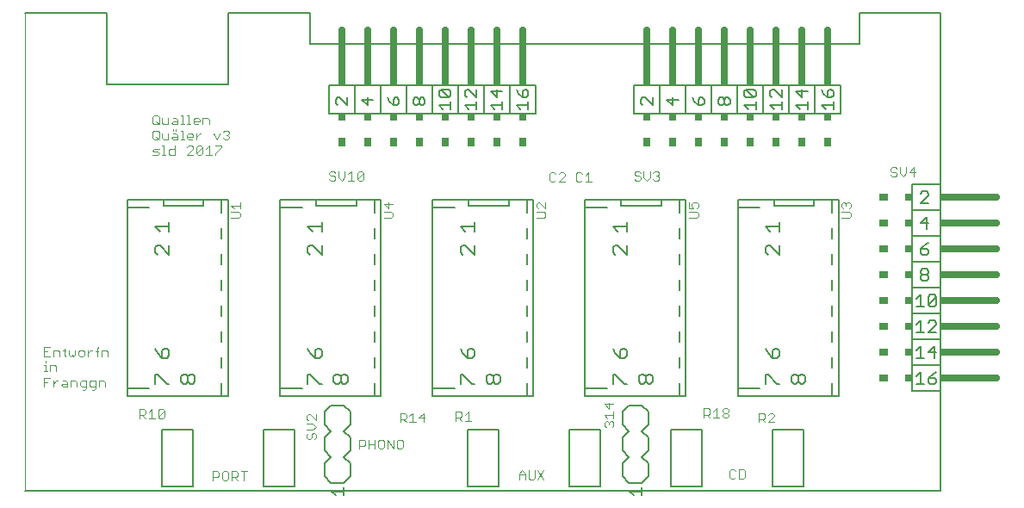
<source format=gto>
G75*
%MOIN*%
%OFA0B0*%
%FSLAX25Y25*%
%IPPOS*%
%LPD*%
%AMOC8*
5,1,8,0,0,1.08239X$1,22.5*
%
%ADD10C,0.00591*%
%ADD11C,0.00394*%
%ADD12C,0.00400*%
%ADD13C,0.00600*%
%ADD14C,0.02600*%
%ADD15C,0.00500*%
%ADD16R,0.02600X0.03000*%
%ADD17R,0.02600X0.02600*%
%ADD18R,0.02600X0.03200*%
%ADD19R,0.03000X0.02600*%
%ADD20R,0.03200X0.02600*%
D10*
X0001394Y0004890D02*
X0355724Y0004890D01*
X0355724Y0189929D01*
X0324228Y0189929D01*
X0324228Y0178118D01*
X0111630Y0178118D01*
X0111630Y0189929D01*
X0080134Y0189929D01*
X0080134Y0162370D01*
X0032890Y0162370D01*
X0032890Y0189929D01*
X0001394Y0189929D01*
D11*
X0001394Y0004890D01*
D12*
X0045620Y0033102D02*
X0045620Y0036642D01*
X0047390Y0036642D01*
X0047980Y0036052D01*
X0047980Y0034872D01*
X0047390Y0034282D01*
X0045620Y0034282D01*
X0046800Y0034282D02*
X0047980Y0033102D01*
X0049245Y0033102D02*
X0051605Y0033102D01*
X0050425Y0033102D02*
X0050425Y0036642D01*
X0049245Y0035462D01*
X0052870Y0036052D02*
X0052870Y0033692D01*
X0055230Y0036052D01*
X0055230Y0033692D01*
X0054640Y0033102D01*
X0053460Y0033102D01*
X0052870Y0033692D01*
X0052870Y0036052D02*
X0053460Y0036642D01*
X0054640Y0036642D01*
X0055230Y0036052D01*
X0032191Y0045247D02*
X0032191Y0047017D01*
X0031601Y0047607D01*
X0029831Y0047607D01*
X0029831Y0045247D01*
X0028566Y0045247D02*
X0026796Y0045247D01*
X0026206Y0045837D01*
X0026206Y0047017D01*
X0026796Y0047607D01*
X0028566Y0047607D01*
X0028566Y0044657D01*
X0027976Y0044067D01*
X0027386Y0044067D01*
X0024941Y0044657D02*
X0024941Y0047607D01*
X0023171Y0047607D01*
X0022581Y0047017D01*
X0022581Y0045837D01*
X0023171Y0045247D01*
X0024941Y0045247D01*
X0024941Y0044657D02*
X0024351Y0044067D01*
X0023761Y0044067D01*
X0021316Y0045247D02*
X0021316Y0047017D01*
X0020726Y0047607D01*
X0018956Y0047607D01*
X0018956Y0045247D01*
X0017690Y0045247D02*
X0015920Y0045247D01*
X0015330Y0045837D01*
X0015920Y0046427D01*
X0017690Y0046427D01*
X0017690Y0047017D02*
X0017690Y0045247D01*
X0017690Y0047017D02*
X0017100Y0047607D01*
X0015920Y0047607D01*
X0014080Y0047607D02*
X0013490Y0047607D01*
X0012309Y0046427D01*
X0012309Y0045247D02*
X0012309Y0047607D01*
X0011044Y0048787D02*
X0008684Y0048787D01*
X0008684Y0045247D01*
X0008684Y0047017D02*
X0009864Y0047017D01*
X0009864Y0051153D02*
X0008684Y0051153D01*
X0009274Y0051153D02*
X0009274Y0053513D01*
X0008684Y0053513D01*
X0009274Y0054693D02*
X0009274Y0055283D01*
X0008684Y0057058D02*
X0011044Y0057058D01*
X0012309Y0057058D02*
X0012309Y0059418D01*
X0014080Y0059418D01*
X0014670Y0058828D01*
X0014670Y0057058D01*
X0016525Y0057648D02*
X0017115Y0057058D01*
X0016525Y0057648D02*
X0016525Y0060008D01*
X0015935Y0059418D02*
X0017115Y0059418D01*
X0018351Y0059418D02*
X0018351Y0057648D01*
X0018941Y0057058D01*
X0019531Y0057648D01*
X0020121Y0057058D01*
X0020711Y0057648D01*
X0020711Y0059418D01*
X0021977Y0058828D02*
X0022567Y0059418D01*
X0023747Y0059418D01*
X0024337Y0058828D01*
X0024337Y0057648D01*
X0023747Y0057058D01*
X0022567Y0057058D01*
X0021977Y0057648D01*
X0021977Y0058828D01*
X0025602Y0058238D02*
X0026782Y0059418D01*
X0027372Y0059418D01*
X0028623Y0058828D02*
X0029803Y0058828D01*
X0029213Y0060008D02*
X0029213Y0057058D01*
X0031039Y0057058D02*
X0031039Y0059418D01*
X0032809Y0059418D01*
X0033399Y0058828D01*
X0033399Y0057058D01*
X0029803Y0060598D02*
X0029213Y0060008D01*
X0025602Y0059418D02*
X0025602Y0057058D01*
X0013461Y0052923D02*
X0013461Y0051153D01*
X0013461Y0052923D02*
X0012871Y0053513D01*
X0011101Y0053513D01*
X0011101Y0051153D01*
X0008684Y0057058D02*
X0008684Y0060598D01*
X0011044Y0060598D01*
X0009864Y0058828D02*
X0008684Y0058828D01*
X0074035Y0012567D02*
X0075805Y0012567D01*
X0076395Y0011977D01*
X0076395Y0010797D01*
X0075805Y0010207D01*
X0074035Y0010207D01*
X0074035Y0009027D02*
X0074035Y0012567D01*
X0077660Y0011977D02*
X0077660Y0009617D01*
X0078250Y0009027D01*
X0079430Y0009027D01*
X0080020Y0009617D01*
X0080020Y0011977D01*
X0079430Y0012567D01*
X0078250Y0012567D01*
X0077660Y0011977D01*
X0081285Y0012567D02*
X0083055Y0012567D01*
X0083645Y0011977D01*
X0083645Y0010797D01*
X0083055Y0010207D01*
X0081285Y0010207D01*
X0082465Y0010207D02*
X0083645Y0009027D01*
X0081285Y0009027D02*
X0081285Y0012567D01*
X0084910Y0012567D02*
X0087270Y0012567D01*
X0086090Y0012567D02*
X0086090Y0009027D01*
X0110453Y0025552D02*
X0111043Y0024962D01*
X0111633Y0024962D01*
X0112223Y0025552D01*
X0112223Y0026732D01*
X0112813Y0027322D01*
X0113403Y0027322D01*
X0113993Y0026732D01*
X0113993Y0025552D01*
X0113403Y0024962D01*
X0110453Y0025552D02*
X0110453Y0026732D01*
X0111043Y0027322D01*
X0110453Y0028587D02*
X0112813Y0028587D01*
X0113993Y0029768D01*
X0112813Y0030948D01*
X0110453Y0030948D01*
X0111043Y0032213D02*
X0110453Y0032803D01*
X0110453Y0033983D01*
X0111043Y0034573D01*
X0111633Y0034573D01*
X0113993Y0032213D01*
X0113993Y0034573D01*
X0130728Y0024772D02*
X0132498Y0024772D01*
X0133088Y0024182D01*
X0133088Y0023002D01*
X0132498Y0022412D01*
X0130728Y0022412D01*
X0130728Y0021231D02*
X0130728Y0024772D01*
X0134353Y0024772D02*
X0134353Y0021231D01*
X0134353Y0023002D02*
X0136713Y0023002D01*
X0137978Y0024182D02*
X0137978Y0021821D01*
X0138568Y0021231D01*
X0139748Y0021231D01*
X0140338Y0021821D01*
X0140338Y0024182D01*
X0139748Y0024772D01*
X0138568Y0024772D01*
X0137978Y0024182D01*
X0136713Y0024772D02*
X0136713Y0021231D01*
X0141603Y0021231D02*
X0141603Y0024772D01*
X0143963Y0021231D01*
X0143963Y0024772D01*
X0145228Y0024182D02*
X0145228Y0021821D01*
X0145818Y0021231D01*
X0146998Y0021231D01*
X0147588Y0021821D01*
X0147588Y0024182D01*
X0146998Y0024772D01*
X0145818Y0024772D01*
X0145228Y0024182D01*
X0146525Y0031527D02*
X0146525Y0035067D01*
X0148295Y0035067D01*
X0148885Y0034477D01*
X0148885Y0033297D01*
X0148295Y0032707D01*
X0146525Y0032707D01*
X0147705Y0032707D02*
X0148885Y0031527D01*
X0150150Y0031527D02*
X0152511Y0031527D01*
X0151330Y0031527D02*
X0151330Y0035067D01*
X0150150Y0033887D01*
X0153776Y0033297D02*
X0155546Y0035067D01*
X0155546Y0031527D01*
X0156136Y0033297D02*
X0153776Y0033297D01*
X0168103Y0033297D02*
X0169873Y0033297D01*
X0170463Y0033887D01*
X0170463Y0035067D01*
X0169873Y0035657D01*
X0168103Y0035657D01*
X0168103Y0032117D01*
X0169283Y0033297D02*
X0170463Y0032117D01*
X0171728Y0032117D02*
X0174088Y0032117D01*
X0172908Y0032117D02*
X0172908Y0035657D01*
X0171728Y0034477D01*
X0193719Y0012960D02*
X0192539Y0011780D01*
X0192539Y0009420D01*
X0192539Y0011190D02*
X0194899Y0011190D01*
X0194899Y0011780D02*
X0194899Y0009420D01*
X0196164Y0010010D02*
X0196754Y0009420D01*
X0197934Y0009420D01*
X0198524Y0010010D01*
X0198524Y0012960D01*
X0199789Y0012960D02*
X0202149Y0009420D01*
X0199789Y0009420D02*
X0202149Y0012960D01*
X0196164Y0012960D02*
X0196164Y0010010D01*
X0194899Y0011780D02*
X0193719Y0012960D01*
X0225606Y0030089D02*
X0225606Y0031269D01*
X0226196Y0031859D01*
X0226786Y0031859D01*
X0227376Y0031269D01*
X0227966Y0031859D01*
X0228556Y0031859D01*
X0229146Y0031269D01*
X0229146Y0030089D01*
X0228556Y0029499D01*
X0227376Y0030679D02*
X0227376Y0031269D01*
X0226786Y0033124D02*
X0225606Y0034304D01*
X0229146Y0034304D01*
X0229146Y0033124D02*
X0229146Y0035484D01*
X0227376Y0036749D02*
X0227376Y0039109D01*
X0225606Y0038519D02*
X0227376Y0036749D01*
X0229146Y0038519D02*
X0225606Y0038519D01*
X0225606Y0030089D02*
X0226196Y0029499D01*
X0264084Y0033298D02*
X0264084Y0036838D01*
X0265854Y0036838D01*
X0266444Y0036248D01*
X0266444Y0035068D01*
X0265854Y0034478D01*
X0264084Y0034478D01*
X0265264Y0034478D02*
X0266444Y0033298D01*
X0267710Y0033298D02*
X0270070Y0033298D01*
X0268890Y0033298D02*
X0268890Y0036838D01*
X0267710Y0035658D01*
X0271335Y0035658D02*
X0271335Y0036248D01*
X0271925Y0036838D01*
X0273105Y0036838D01*
X0273695Y0036248D01*
X0273695Y0035658D01*
X0273105Y0035068D01*
X0271925Y0035068D01*
X0271335Y0035658D01*
X0271925Y0035068D02*
X0271335Y0034478D01*
X0271335Y0033888D01*
X0271925Y0033298D01*
X0273105Y0033298D01*
X0273695Y0033888D01*
X0273695Y0034478D01*
X0273105Y0035068D01*
X0285410Y0035067D02*
X0285410Y0031527D01*
X0285410Y0032707D02*
X0287180Y0032707D01*
X0287770Y0033297D01*
X0287770Y0034477D01*
X0287180Y0035067D01*
X0285410Y0035067D01*
X0286590Y0032707D02*
X0287770Y0031527D01*
X0289035Y0031527D02*
X0291395Y0033887D01*
X0291395Y0034477D01*
X0290805Y0035067D01*
X0289625Y0035067D01*
X0289035Y0034477D01*
X0289035Y0031527D02*
X0291395Y0031527D01*
X0279430Y0013354D02*
X0277660Y0013354D01*
X0277660Y0009814D01*
X0279430Y0009814D01*
X0280020Y0010404D01*
X0280020Y0012764D01*
X0279430Y0013354D01*
X0276395Y0012764D02*
X0275805Y0013354D01*
X0274625Y0013354D01*
X0274035Y0012764D01*
X0274035Y0010404D01*
X0274625Y0009814D01*
X0275805Y0009814D01*
X0276395Y0010404D01*
X0261261Y0110643D02*
X0261851Y0111233D01*
X0261851Y0112413D01*
X0261261Y0113003D01*
X0258311Y0113003D01*
X0258311Y0114268D02*
X0260081Y0114268D01*
X0259491Y0115448D01*
X0259491Y0116038D01*
X0260081Y0116628D01*
X0261261Y0116628D01*
X0261851Y0116038D01*
X0261851Y0114858D01*
X0261261Y0114268D01*
X0258311Y0114268D02*
X0258311Y0116628D01*
X0258311Y0110643D02*
X0261261Y0110643D01*
X0246205Y0125129D02*
X0245025Y0125129D01*
X0244435Y0125719D01*
X0243169Y0126309D02*
X0243169Y0128669D01*
X0244435Y0128079D02*
X0245025Y0128669D01*
X0246205Y0128669D01*
X0246795Y0128079D01*
X0246795Y0127489D01*
X0246205Y0126899D01*
X0246795Y0126309D01*
X0246795Y0125719D01*
X0246205Y0125129D01*
X0246205Y0126899D02*
X0245615Y0126899D01*
X0243169Y0126309D02*
X0241989Y0125129D01*
X0240809Y0126309D01*
X0240809Y0128669D01*
X0239544Y0128079D02*
X0238954Y0128669D01*
X0237774Y0128669D01*
X0237184Y0128079D01*
X0237184Y0127489D01*
X0237774Y0126899D01*
X0238954Y0126899D01*
X0239544Y0126309D01*
X0239544Y0125719D01*
X0238954Y0125129D01*
X0237774Y0125129D01*
X0237184Y0125719D01*
X0220545Y0124637D02*
X0218185Y0124637D01*
X0219365Y0124637D02*
X0219365Y0128177D01*
X0218185Y0126997D01*
X0216920Y0127587D02*
X0216330Y0128177D01*
X0215150Y0128177D01*
X0214560Y0127587D01*
X0214560Y0125227D01*
X0215150Y0124637D01*
X0216330Y0124637D01*
X0216920Y0125227D01*
X0210309Y0124637D02*
X0207949Y0124637D01*
X0210309Y0126997D01*
X0210309Y0127587D01*
X0209719Y0128177D01*
X0208539Y0128177D01*
X0207949Y0127587D01*
X0206684Y0127587D02*
X0206094Y0128177D01*
X0204914Y0128177D01*
X0204324Y0127587D01*
X0204324Y0125227D01*
X0204914Y0124637D01*
X0206094Y0124637D01*
X0206684Y0125227D01*
X0202796Y0116628D02*
X0202796Y0114268D01*
X0200436Y0116628D01*
X0199846Y0116628D01*
X0199256Y0116038D01*
X0199256Y0114858D01*
X0199846Y0114268D01*
X0199256Y0113003D02*
X0202206Y0113003D01*
X0202796Y0112413D01*
X0202796Y0111233D01*
X0202206Y0110643D01*
X0199256Y0110643D01*
X0143741Y0111233D02*
X0143151Y0110643D01*
X0140201Y0110643D01*
X0143741Y0111233D02*
X0143741Y0112413D01*
X0143151Y0113003D01*
X0140201Y0113003D01*
X0141971Y0114268D02*
X0140201Y0116038D01*
X0143741Y0116038D01*
X0141971Y0116628D02*
X0141971Y0114268D01*
X0131719Y0125129D02*
X0130539Y0125129D01*
X0129949Y0125719D01*
X0132309Y0128079D01*
X0132309Y0125719D01*
X0131719Y0125129D01*
X0129949Y0125719D02*
X0129949Y0128079D01*
X0130539Y0128669D01*
X0131719Y0128669D01*
X0132309Y0128079D01*
X0128684Y0125129D02*
X0126324Y0125129D01*
X0127504Y0125129D02*
X0127504Y0128669D01*
X0126324Y0127489D01*
X0125059Y0126309D02*
X0123879Y0125129D01*
X0122699Y0126309D01*
X0122699Y0128669D01*
X0121434Y0128079D02*
X0120844Y0128669D01*
X0119664Y0128669D01*
X0119074Y0128079D01*
X0119074Y0127489D01*
X0119664Y0126899D01*
X0120844Y0126899D01*
X0121434Y0126309D01*
X0121434Y0125719D01*
X0120844Y0125129D01*
X0119664Y0125129D01*
X0119074Y0125719D01*
X0125059Y0126309D02*
X0125059Y0128669D01*
X0084686Y0116628D02*
X0084686Y0114268D01*
X0084686Y0115448D02*
X0081146Y0115448D01*
X0082326Y0114268D01*
X0081146Y0113003D02*
X0084096Y0113003D01*
X0084686Y0112413D01*
X0084686Y0111233D01*
X0084096Y0110643D01*
X0081146Y0110643D01*
X0074974Y0135011D02*
X0074974Y0135601D01*
X0077334Y0137961D01*
X0077334Y0138551D01*
X0074974Y0138551D01*
X0075550Y0140917D02*
X0076730Y0143277D01*
X0077995Y0143867D02*
X0078585Y0144457D01*
X0079765Y0144457D01*
X0080355Y0143867D01*
X0080355Y0143277D01*
X0079765Y0142687D01*
X0080355Y0142097D01*
X0080355Y0141507D01*
X0079765Y0140917D01*
X0078585Y0140917D01*
X0077995Y0141507D01*
X0079175Y0142687D02*
X0079765Y0142687D01*
X0075550Y0140917D02*
X0074370Y0143277D01*
X0069494Y0143277D02*
X0068904Y0143277D01*
X0067724Y0142097D01*
X0067724Y0140917D02*
X0067724Y0143277D01*
X0066458Y0142687D02*
X0066458Y0142097D01*
X0064098Y0142097D01*
X0064098Y0142687D02*
X0064688Y0143277D01*
X0065868Y0143277D01*
X0066458Y0142687D01*
X0065868Y0140917D02*
X0064688Y0140917D01*
X0064098Y0141507D01*
X0064098Y0142687D01*
X0062862Y0140917D02*
X0061682Y0140917D01*
X0062272Y0140917D02*
X0062272Y0144457D01*
X0061682Y0144457D01*
X0059827Y0144457D02*
X0059827Y0145047D01*
X0058647Y0145047D02*
X0058647Y0144457D01*
X0058647Y0143277D02*
X0059827Y0143277D01*
X0060417Y0142687D01*
X0060417Y0140917D01*
X0058647Y0140917D01*
X0058057Y0141507D01*
X0058647Y0142097D01*
X0060417Y0142097D01*
X0056791Y0140917D02*
X0056791Y0143277D01*
X0054431Y0143277D02*
X0054431Y0141507D01*
X0055021Y0140917D01*
X0056791Y0140917D01*
X0055021Y0138551D02*
X0055021Y0135011D01*
X0054431Y0135011D02*
X0055611Y0135011D01*
X0056848Y0135601D02*
X0056848Y0136781D01*
X0057438Y0137371D01*
X0059208Y0137371D01*
X0059208Y0138551D02*
X0059208Y0135011D01*
X0057438Y0135011D01*
X0056848Y0135601D01*
X0053166Y0135601D02*
X0052576Y0136191D01*
X0051396Y0136191D01*
X0050806Y0136781D01*
X0051396Y0137371D01*
X0053166Y0137371D01*
X0054431Y0138551D02*
X0055021Y0138551D01*
X0053166Y0140917D02*
X0051986Y0142097D01*
X0051396Y0140917D02*
X0050806Y0141507D01*
X0050806Y0143867D01*
X0051396Y0144457D01*
X0052576Y0144457D01*
X0053166Y0143867D01*
X0053166Y0141507D01*
X0052576Y0140917D01*
X0051396Y0140917D01*
X0053166Y0135601D02*
X0052576Y0135011D01*
X0050806Y0135011D01*
X0064098Y0135011D02*
X0066458Y0137371D01*
X0066458Y0137961D01*
X0065868Y0138551D01*
X0064688Y0138551D01*
X0064098Y0137961D01*
X0067724Y0137961D02*
X0068314Y0138551D01*
X0069494Y0138551D01*
X0070084Y0137961D01*
X0067724Y0135601D01*
X0068314Y0135011D01*
X0069494Y0135011D01*
X0070084Y0135601D01*
X0070084Y0137961D01*
X0071349Y0137371D02*
X0072529Y0138551D01*
X0072529Y0135011D01*
X0071349Y0135011D02*
X0073709Y0135011D01*
X0067724Y0135601D02*
X0067724Y0137961D01*
X0066458Y0135011D02*
X0064098Y0135011D01*
X0064098Y0146822D02*
X0065278Y0146822D01*
X0064688Y0146822D02*
X0064688Y0150362D01*
X0064098Y0150362D01*
X0062272Y0150362D02*
X0062272Y0146822D01*
X0061682Y0146822D02*
X0062862Y0146822D01*
X0060417Y0146822D02*
X0060417Y0148592D01*
X0059827Y0149182D01*
X0058647Y0149182D01*
X0058647Y0148002D02*
X0060417Y0148002D01*
X0060417Y0146822D02*
X0058647Y0146822D01*
X0058057Y0147412D01*
X0058647Y0148002D01*
X0056791Y0146822D02*
X0056791Y0149182D01*
X0054431Y0149182D02*
X0054431Y0147412D01*
X0055021Y0146822D01*
X0056791Y0146822D01*
X0053166Y0146822D02*
X0051986Y0148002D01*
X0051396Y0146822D02*
X0050806Y0147412D01*
X0050806Y0149772D01*
X0051396Y0150362D01*
X0052576Y0150362D01*
X0053166Y0149772D01*
X0053166Y0147412D01*
X0052576Y0146822D01*
X0051396Y0146822D01*
X0061682Y0150362D02*
X0062272Y0150362D01*
X0066515Y0148592D02*
X0067105Y0149182D01*
X0068285Y0149182D01*
X0068875Y0148592D01*
X0068875Y0148002D01*
X0066515Y0148002D01*
X0066515Y0147412D02*
X0066515Y0148592D01*
X0066515Y0147412D02*
X0067105Y0146822D01*
X0068285Y0146822D01*
X0070140Y0146822D02*
X0070140Y0149182D01*
X0071910Y0149182D01*
X0072500Y0148592D01*
X0072500Y0146822D01*
X0317366Y0116038D02*
X0317956Y0116628D01*
X0318546Y0116628D01*
X0319136Y0116038D01*
X0319726Y0116628D01*
X0320316Y0116628D01*
X0320906Y0116038D01*
X0320906Y0114858D01*
X0320316Y0114268D01*
X0320316Y0113003D02*
X0317366Y0113003D01*
X0317956Y0114268D02*
X0317366Y0114858D01*
X0317366Y0116038D01*
X0319136Y0116038D02*
X0319136Y0115448D01*
X0320316Y0113003D02*
X0320906Y0112413D01*
X0320906Y0111233D01*
X0320316Y0110643D01*
X0317366Y0110643D01*
X0336397Y0127294D02*
X0336987Y0126704D01*
X0338167Y0126704D01*
X0338757Y0127294D01*
X0338757Y0127884D01*
X0338167Y0128474D01*
X0336987Y0128474D01*
X0336397Y0129064D01*
X0336397Y0129654D01*
X0336987Y0130244D01*
X0338167Y0130244D01*
X0338757Y0129654D01*
X0340022Y0130244D02*
X0340022Y0127884D01*
X0341202Y0126704D01*
X0342382Y0127884D01*
X0342382Y0130244D01*
X0343647Y0128474D02*
X0346007Y0128474D01*
X0345417Y0126704D02*
X0345417Y0130244D01*
X0343647Y0128474D01*
D13*
X0344677Y0123630D02*
X0355677Y0123630D01*
X0355677Y0113630D01*
X0355677Y0103630D01*
X0344677Y0103630D01*
X0344677Y0113630D01*
X0344677Y0123630D01*
X0344677Y0113630D02*
X0355677Y0113630D01*
X0355677Y0103630D02*
X0355677Y0093630D01*
X0355677Y0083630D01*
X0355677Y0073630D01*
X0344677Y0073630D01*
X0344677Y0083630D01*
X0344677Y0093630D01*
X0344677Y0103630D01*
X0344677Y0093630D02*
X0355677Y0093630D01*
X0355677Y0083630D02*
X0344677Y0083630D01*
X0344677Y0073630D02*
X0344677Y0063630D01*
X0344677Y0053630D01*
X0355677Y0053630D01*
X0355677Y0063630D01*
X0355677Y0073630D01*
X0355677Y0063630D02*
X0344677Y0063630D01*
X0344677Y0053630D02*
X0344677Y0043630D01*
X0355677Y0043630D01*
X0355677Y0053630D01*
X0316169Y0041693D02*
X0313669Y0041693D01*
X0313669Y0046693D01*
X0313669Y0041693D02*
X0277169Y0041693D01*
X0277169Y0044693D01*
X0277169Y0114693D01*
X0285669Y0114693D01*
X0291169Y0115193D02*
X0291169Y0117693D01*
X0277169Y0117693D01*
X0277169Y0114693D01*
X0287965Y0107270D02*
X0293369Y0107270D01*
X0293369Y0109071D02*
X0293369Y0105468D01*
X0289766Y0105468D02*
X0287965Y0107270D01*
X0288865Y0100071D02*
X0287965Y0099170D01*
X0287965Y0097369D01*
X0288865Y0096468D01*
X0289766Y0100071D02*
X0293369Y0096468D01*
X0293369Y0100071D01*
X0289766Y0100071D02*
X0288865Y0100071D01*
X0313669Y0102693D02*
X0313669Y0106693D01*
X0313669Y0112693D02*
X0313669Y0117693D01*
X0306669Y0117693D01*
X0306669Y0115193D01*
X0291169Y0115193D01*
X0291169Y0117693D02*
X0306669Y0117693D01*
X0313669Y0117693D02*
X0316169Y0117693D01*
X0316169Y0041693D01*
X0303369Y0047369D02*
X0303369Y0049170D01*
X0302469Y0050071D01*
X0301568Y0050071D01*
X0300667Y0049170D01*
X0300667Y0047369D01*
X0299766Y0046468D01*
X0298865Y0046468D01*
X0297965Y0047369D01*
X0297965Y0049170D01*
X0298865Y0050071D01*
X0299766Y0050071D01*
X0300667Y0049170D01*
X0300667Y0047369D02*
X0301568Y0046468D01*
X0302469Y0046468D01*
X0303369Y0047369D01*
X0293369Y0046468D02*
X0292469Y0046468D01*
X0288865Y0050071D01*
X0287965Y0050071D01*
X0287965Y0046468D01*
X0285669Y0044693D02*
X0277169Y0044693D01*
X0290667Y0056468D02*
X0290667Y0059170D01*
X0291568Y0060071D01*
X0292469Y0060071D01*
X0293369Y0059170D01*
X0293369Y0057369D01*
X0292469Y0056468D01*
X0290667Y0056468D01*
X0288865Y0058270D01*
X0287965Y0060071D01*
X0313669Y0062693D02*
X0313669Y0066693D01*
X0313669Y0072693D02*
X0313669Y0076693D01*
X0313669Y0082693D02*
X0313669Y0086693D01*
X0313669Y0092693D02*
X0313669Y0096693D01*
X0254614Y0096693D02*
X0254614Y0092693D01*
X0254614Y0086693D02*
X0254614Y0082693D01*
X0254614Y0076693D02*
X0254614Y0072693D01*
X0254614Y0066693D02*
X0254614Y0062693D01*
X0254614Y0056693D02*
X0254614Y0052693D01*
X0254614Y0046693D02*
X0254614Y0041693D01*
X0257114Y0041693D01*
X0257114Y0117693D01*
X0254614Y0117693D01*
X0254614Y0112693D01*
X0247614Y0115193D02*
X0232114Y0115193D01*
X0232114Y0117693D01*
X0218114Y0117693D01*
X0218114Y0114693D01*
X0218114Y0044693D01*
X0218114Y0041693D01*
X0254614Y0041693D01*
X0244314Y0047369D02*
X0243413Y0046468D01*
X0242513Y0046468D01*
X0241612Y0047369D01*
X0241612Y0049170D01*
X0242513Y0050071D01*
X0243413Y0050071D01*
X0244314Y0049170D01*
X0244314Y0047369D01*
X0241612Y0047369D02*
X0240711Y0046468D01*
X0239810Y0046468D01*
X0238910Y0047369D01*
X0238910Y0049170D01*
X0239810Y0050071D01*
X0240711Y0050071D01*
X0241612Y0049170D01*
X0234314Y0046468D02*
X0233413Y0046468D01*
X0229810Y0050071D01*
X0228910Y0050071D01*
X0228910Y0046468D01*
X0226614Y0044693D02*
X0218114Y0044693D01*
X0232614Y0035500D02*
X0235114Y0038000D01*
X0240114Y0038000D01*
X0242614Y0035500D01*
X0242614Y0030500D01*
X0240114Y0028000D01*
X0242614Y0025500D01*
X0242614Y0020500D01*
X0240114Y0018000D01*
X0242614Y0015500D01*
X0242614Y0010500D01*
X0240114Y0008000D01*
X0235114Y0008000D01*
X0232614Y0010500D01*
X0232614Y0015500D01*
X0235114Y0018000D01*
X0232614Y0020500D01*
X0232614Y0025500D01*
X0235114Y0028000D01*
X0232614Y0030500D01*
X0232614Y0035500D01*
X0223929Y0028488D02*
X0223929Y0006488D01*
X0211929Y0006488D01*
X0211929Y0028488D01*
X0223929Y0028488D01*
X0251299Y0028488D02*
X0251299Y0006488D01*
X0263299Y0006488D01*
X0263299Y0028488D01*
X0251299Y0028488D01*
X0290669Y0028488D02*
X0290669Y0006488D01*
X0302669Y0006488D01*
X0302669Y0028488D01*
X0290669Y0028488D01*
X0313669Y0052693D02*
X0313669Y0056693D01*
X0234314Y0057369D02*
X0234314Y0059170D01*
X0233413Y0060071D01*
X0232513Y0060071D01*
X0231612Y0059170D01*
X0231612Y0056468D01*
X0233413Y0056468D01*
X0234314Y0057369D01*
X0231612Y0056468D02*
X0229810Y0058270D01*
X0228910Y0060071D01*
X0195559Y0062693D02*
X0195559Y0066693D01*
X0195559Y0072693D02*
X0195559Y0076693D01*
X0195559Y0082693D02*
X0195559Y0086693D01*
X0195559Y0092693D02*
X0195559Y0096693D01*
X0195559Y0102693D02*
X0195559Y0106693D01*
X0195559Y0112693D02*
X0195559Y0117693D01*
X0188559Y0117693D01*
X0188559Y0115193D01*
X0173059Y0115193D01*
X0173059Y0117693D01*
X0159059Y0117693D01*
X0159059Y0114693D01*
X0159059Y0044693D01*
X0159059Y0041693D01*
X0195559Y0041693D01*
X0198059Y0041693D01*
X0198059Y0117693D01*
X0195559Y0117693D01*
X0188559Y0117693D02*
X0173059Y0117693D01*
X0167559Y0114693D02*
X0159059Y0114693D01*
X0169854Y0107270D02*
X0175259Y0107270D01*
X0175259Y0109071D02*
X0175259Y0105468D01*
X0171656Y0105468D02*
X0169854Y0107270D01*
X0170755Y0100071D02*
X0169854Y0099170D01*
X0169854Y0097369D01*
X0170755Y0096468D01*
X0170755Y0100071D02*
X0171656Y0100071D01*
X0175259Y0096468D01*
X0175259Y0100071D01*
X0139004Y0117693D02*
X0136504Y0117693D01*
X0136504Y0112693D01*
X0129504Y0115193D02*
X0114004Y0115193D01*
X0114004Y0117693D01*
X0100004Y0117693D01*
X0100004Y0114693D01*
X0100004Y0044693D01*
X0100004Y0041693D01*
X0136504Y0041693D01*
X0139004Y0041693D01*
X0139004Y0117693D01*
X0136504Y0117693D02*
X0129504Y0117693D01*
X0129504Y0115193D01*
X0129504Y0117693D02*
X0114004Y0117693D01*
X0108504Y0114693D02*
X0100004Y0114693D01*
X0110799Y0107270D02*
X0116204Y0107270D01*
X0116204Y0109071D02*
X0116204Y0105468D01*
X0112601Y0105468D02*
X0110799Y0107270D01*
X0111700Y0100071D02*
X0110799Y0099170D01*
X0110799Y0097369D01*
X0111700Y0096468D01*
X0112601Y0100071D02*
X0116204Y0096468D01*
X0116204Y0100071D01*
X0112601Y0100071D02*
X0111700Y0100071D01*
X0136504Y0102693D02*
X0136504Y0106693D01*
X0136504Y0096693D02*
X0136504Y0092693D01*
X0136504Y0086693D02*
X0136504Y0082693D01*
X0136504Y0076693D02*
X0136504Y0072693D01*
X0136504Y0066693D02*
X0136504Y0062693D01*
X0136504Y0056693D02*
X0136504Y0052693D01*
X0126204Y0049170D02*
X0126204Y0047369D01*
X0125303Y0046468D01*
X0124402Y0046468D01*
X0123502Y0047369D01*
X0123502Y0049170D01*
X0124402Y0050071D01*
X0125303Y0050071D01*
X0126204Y0049170D01*
X0123502Y0049170D02*
X0122601Y0050071D01*
X0121700Y0050071D01*
X0120799Y0049170D01*
X0120799Y0047369D01*
X0121700Y0046468D01*
X0122601Y0046468D01*
X0123502Y0047369D01*
X0116204Y0046468D02*
X0115303Y0046468D01*
X0111700Y0050071D01*
X0110799Y0050071D01*
X0110799Y0046468D01*
X0108504Y0044693D02*
X0100004Y0044693D01*
X0117260Y0035500D02*
X0119760Y0038000D01*
X0124760Y0038000D01*
X0127260Y0035500D01*
X0127260Y0030500D01*
X0124760Y0028000D01*
X0127260Y0025500D01*
X0127260Y0020500D01*
X0124760Y0018000D01*
X0127260Y0015500D01*
X0127260Y0010500D01*
X0124760Y0008000D01*
X0119760Y0008000D01*
X0117260Y0010500D01*
X0117260Y0015500D01*
X0119760Y0018000D01*
X0117260Y0020500D01*
X0117260Y0025500D01*
X0119760Y0028000D01*
X0117260Y0030500D01*
X0117260Y0035500D01*
X0105819Y0028488D02*
X0105819Y0006488D01*
X0093819Y0006488D01*
X0093819Y0028488D01*
X0105819Y0028488D01*
X0079949Y0041693D02*
X0077449Y0041693D01*
X0077449Y0046693D01*
X0077449Y0041693D02*
X0040949Y0041693D01*
X0040949Y0044693D01*
X0040949Y0114693D01*
X0049449Y0114693D01*
X0054949Y0115193D02*
X0054949Y0117693D01*
X0040949Y0117693D01*
X0040949Y0114693D01*
X0051744Y0107270D02*
X0057149Y0107270D01*
X0057149Y0109071D02*
X0057149Y0105468D01*
X0053546Y0105468D02*
X0051744Y0107270D01*
X0052645Y0100071D02*
X0051744Y0099170D01*
X0051744Y0097369D01*
X0052645Y0096468D01*
X0052645Y0100071D02*
X0053546Y0100071D01*
X0057149Y0096468D01*
X0057149Y0100071D01*
X0077449Y0102693D02*
X0077449Y0106693D01*
X0077449Y0112693D02*
X0077449Y0117693D01*
X0070449Y0117693D01*
X0070449Y0115193D01*
X0054949Y0115193D01*
X0054949Y0117693D02*
X0070449Y0117693D01*
X0077449Y0117693D02*
X0079949Y0117693D01*
X0079949Y0041693D01*
X0067149Y0047369D02*
X0067149Y0049170D01*
X0066248Y0050071D01*
X0065347Y0050071D01*
X0064447Y0049170D01*
X0064447Y0047369D01*
X0063546Y0046468D01*
X0062645Y0046468D01*
X0061744Y0047369D01*
X0061744Y0049170D01*
X0062645Y0050071D01*
X0063546Y0050071D01*
X0064447Y0049170D01*
X0064447Y0047369D02*
X0065347Y0046468D01*
X0066248Y0046468D01*
X0067149Y0047369D01*
X0057149Y0046468D02*
X0056248Y0046468D01*
X0052645Y0050071D01*
X0051744Y0050071D01*
X0051744Y0046468D01*
X0049449Y0044693D02*
X0040949Y0044693D01*
X0054447Y0056468D02*
X0054447Y0059170D01*
X0055347Y0060071D01*
X0056248Y0060071D01*
X0057149Y0059170D01*
X0057149Y0057369D01*
X0056248Y0056468D01*
X0054447Y0056468D01*
X0052645Y0058270D01*
X0051744Y0060071D01*
X0077449Y0062693D02*
X0077449Y0066693D01*
X0077449Y0072693D02*
X0077449Y0076693D01*
X0077449Y0082693D02*
X0077449Y0086693D01*
X0077449Y0092693D02*
X0077449Y0096693D01*
X0110799Y0060071D02*
X0111700Y0058270D01*
X0113502Y0056468D01*
X0113502Y0059170D01*
X0114402Y0060071D01*
X0115303Y0060071D01*
X0116204Y0059170D01*
X0116204Y0057369D01*
X0115303Y0056468D01*
X0113502Y0056468D01*
X0136504Y0046693D02*
X0136504Y0041693D01*
X0159059Y0044693D02*
X0167559Y0044693D01*
X0169854Y0046468D02*
X0169854Y0050071D01*
X0170755Y0050071D01*
X0174358Y0046468D01*
X0175259Y0046468D01*
X0179854Y0047369D02*
X0179854Y0049170D01*
X0180755Y0050071D01*
X0181656Y0050071D01*
X0182557Y0049170D01*
X0182557Y0047369D01*
X0181656Y0046468D01*
X0180755Y0046468D01*
X0179854Y0047369D01*
X0182557Y0047369D02*
X0183458Y0046468D01*
X0184358Y0046468D01*
X0185259Y0047369D01*
X0185259Y0049170D01*
X0184358Y0050071D01*
X0183458Y0050071D01*
X0182557Y0049170D01*
X0195559Y0046693D02*
X0195559Y0041693D01*
X0195559Y0052693D02*
X0195559Y0056693D01*
X0175259Y0057369D02*
X0175259Y0059170D01*
X0174358Y0060071D01*
X0173458Y0060071D01*
X0172557Y0059170D01*
X0172557Y0056468D01*
X0174358Y0056468D01*
X0175259Y0057369D01*
X0172557Y0056468D02*
X0170755Y0058270D01*
X0169854Y0060071D01*
X0172559Y0028488D02*
X0172559Y0006488D01*
X0184559Y0006488D01*
X0184559Y0028488D01*
X0172559Y0028488D01*
X0077449Y0052693D02*
X0077449Y0056693D01*
X0066449Y0028488D02*
X0054449Y0028488D01*
X0054449Y0006488D01*
X0066449Y0006488D01*
X0066449Y0028488D01*
X0228910Y0097369D02*
X0229810Y0096468D01*
X0228910Y0097369D02*
X0228910Y0099170D01*
X0229810Y0100071D01*
X0230711Y0100071D01*
X0234314Y0096468D01*
X0234314Y0100071D01*
X0234314Y0105468D02*
X0234314Y0109071D01*
X0234314Y0107270D02*
X0228910Y0107270D01*
X0230711Y0105468D01*
X0226614Y0114693D02*
X0218114Y0114693D01*
X0232114Y0117693D02*
X0247614Y0117693D01*
X0247614Y0115193D01*
X0247614Y0117693D02*
X0254614Y0117693D01*
X0254614Y0106693D02*
X0254614Y0102693D01*
X0256984Y0150929D02*
X0246984Y0150929D01*
X0236984Y0150929D01*
X0236984Y0161929D01*
X0246984Y0161929D01*
X0256984Y0161929D01*
X0256984Y0150929D01*
X0266984Y0150929D01*
X0266984Y0161929D01*
X0256984Y0161929D01*
X0246984Y0161929D02*
X0246984Y0150929D01*
X0266984Y0150929D02*
X0276984Y0150929D01*
X0276984Y0161929D01*
X0286984Y0161929D01*
X0286984Y0150929D01*
X0276984Y0150929D01*
X0286984Y0150929D02*
X0296984Y0150929D01*
X0306984Y0150929D01*
X0306984Y0161929D01*
X0296984Y0161929D01*
X0286984Y0161929D01*
X0276984Y0161929D02*
X0266984Y0161929D01*
X0296984Y0161929D02*
X0296984Y0150929D01*
X0306984Y0150929D02*
X0316984Y0150929D01*
X0316984Y0161929D01*
X0306984Y0161929D01*
X0198874Y0161929D02*
X0198874Y0150929D01*
X0188874Y0150929D01*
X0178874Y0150929D01*
X0168874Y0150929D01*
X0168874Y0161929D01*
X0158874Y0161929D01*
X0148874Y0161929D01*
X0138874Y0161929D01*
X0128874Y0161929D01*
X0118874Y0161929D01*
X0118874Y0150929D01*
X0128874Y0150929D01*
X0138874Y0150929D01*
X0138874Y0161929D01*
X0128874Y0161929D02*
X0128874Y0150929D01*
X0138874Y0150929D02*
X0148874Y0150929D01*
X0148874Y0161929D01*
X0158874Y0161929D02*
X0158874Y0150929D01*
X0148874Y0150929D01*
X0158874Y0150929D02*
X0168874Y0150929D01*
X0178874Y0150929D02*
X0178874Y0161929D01*
X0188874Y0161929D01*
X0188874Y0150929D01*
X0188874Y0161929D02*
X0198874Y0161929D01*
X0178874Y0161929D02*
X0168874Y0161929D01*
D14*
X0163874Y0164929D02*
X0163874Y0183429D01*
X0173874Y0183429D02*
X0173874Y0164929D01*
X0183874Y0164929D02*
X0183874Y0183429D01*
X0193874Y0183429D02*
X0193874Y0164929D01*
X0153874Y0164929D02*
X0153874Y0183429D01*
X0143874Y0183429D02*
X0143874Y0164929D01*
X0133874Y0164929D02*
X0133874Y0183429D01*
X0123874Y0183429D02*
X0123874Y0164929D01*
X0241984Y0164929D02*
X0241984Y0183429D01*
X0251984Y0183429D02*
X0251984Y0164929D01*
X0261984Y0164929D02*
X0261984Y0183429D01*
X0271984Y0183429D02*
X0271984Y0164929D01*
X0281984Y0164929D02*
X0281984Y0183429D01*
X0291984Y0183429D02*
X0291984Y0164929D01*
X0301984Y0164929D02*
X0301984Y0183429D01*
X0311984Y0183429D02*
X0311984Y0164929D01*
X0358677Y0118630D02*
X0377177Y0118630D01*
X0377177Y0108630D02*
X0358677Y0108630D01*
X0358677Y0098630D02*
X0377177Y0098630D01*
X0377177Y0088630D02*
X0358677Y0088630D01*
X0358677Y0078630D02*
X0377177Y0078630D01*
X0377177Y0068630D02*
X0358677Y0068630D01*
X0358677Y0058630D02*
X0377177Y0058630D01*
X0377177Y0048630D02*
X0358677Y0048630D01*
D15*
X0354034Y0047881D02*
X0354034Y0047131D01*
X0353283Y0046380D01*
X0351782Y0046380D01*
X0351031Y0047131D01*
X0351031Y0048632D01*
X0353283Y0048632D01*
X0354034Y0047881D01*
X0352532Y0050133D02*
X0351031Y0048632D01*
X0352532Y0050133D02*
X0354034Y0050884D01*
X0347928Y0050884D02*
X0347928Y0046380D01*
X0346427Y0046380D02*
X0349430Y0046380D01*
X0346427Y0049382D02*
X0347928Y0050884D01*
X0347928Y0056380D02*
X0347928Y0060884D01*
X0346427Y0059382D01*
X0351031Y0058632D02*
X0354034Y0058632D01*
X0353283Y0056380D02*
X0353283Y0060884D01*
X0351031Y0058632D01*
X0349430Y0056380D02*
X0346427Y0056380D01*
X0346427Y0066380D02*
X0349430Y0066380D01*
X0347928Y0066380D02*
X0347928Y0070884D01*
X0346427Y0069382D01*
X0351031Y0070133D02*
X0351782Y0070884D01*
X0353283Y0070884D01*
X0354034Y0070133D01*
X0354034Y0069382D01*
X0351031Y0066380D01*
X0354034Y0066380D01*
X0353283Y0076380D02*
X0351782Y0076380D01*
X0351031Y0077131D01*
X0354034Y0080133D01*
X0354034Y0077131D01*
X0353283Y0076380D01*
X0351031Y0077131D02*
X0351031Y0080133D01*
X0351782Y0080884D01*
X0353283Y0080884D01*
X0354034Y0080133D01*
X0349430Y0076380D02*
X0346427Y0076380D01*
X0347928Y0076380D02*
X0347928Y0080884D01*
X0346427Y0079382D01*
X0348678Y0086380D02*
X0347927Y0087131D01*
X0347927Y0087881D01*
X0348678Y0088632D01*
X0350179Y0088632D01*
X0350930Y0087881D01*
X0350930Y0087131D01*
X0350179Y0086380D01*
X0348678Y0086380D01*
X0348678Y0088632D02*
X0347927Y0089382D01*
X0347927Y0090133D01*
X0348678Y0090884D01*
X0350179Y0090884D01*
X0350930Y0090133D01*
X0350930Y0089382D01*
X0350179Y0088632D01*
X0350179Y0096380D02*
X0348678Y0096380D01*
X0347927Y0097131D01*
X0347927Y0098632D01*
X0350179Y0098632D01*
X0350930Y0097881D01*
X0350930Y0097131D01*
X0350179Y0096380D01*
X0347927Y0098632D02*
X0349428Y0100133D01*
X0350930Y0100884D01*
X0350179Y0106380D02*
X0350179Y0110884D01*
X0347927Y0108632D01*
X0350930Y0108632D01*
X0350930Y0116380D02*
X0347927Y0116380D01*
X0350930Y0119382D01*
X0350930Y0120133D01*
X0350179Y0120884D01*
X0348678Y0120884D01*
X0347927Y0120133D01*
X0314234Y0152679D02*
X0314234Y0155682D01*
X0314234Y0154180D02*
X0309730Y0154180D01*
X0311232Y0152679D01*
X0304234Y0152679D02*
X0304234Y0155682D01*
X0304234Y0154180D02*
X0299730Y0154180D01*
X0301232Y0152679D01*
X0294234Y0152679D02*
X0294234Y0155682D01*
X0294234Y0154180D02*
X0289730Y0154180D01*
X0291232Y0152679D01*
X0284234Y0152679D02*
X0284234Y0155682D01*
X0284234Y0154180D02*
X0279730Y0154180D01*
X0281232Y0152679D01*
X0274234Y0154930D02*
X0274234Y0156431D01*
X0273484Y0157182D01*
X0272733Y0157182D01*
X0271982Y0156431D01*
X0271982Y0154930D01*
X0271232Y0154179D01*
X0270481Y0154179D01*
X0269730Y0154930D01*
X0269730Y0156431D01*
X0270481Y0157182D01*
X0271232Y0157182D01*
X0271982Y0156431D01*
X0271982Y0154930D02*
X0272733Y0154179D01*
X0273484Y0154179D01*
X0274234Y0154930D01*
X0279730Y0158034D02*
X0279730Y0159535D01*
X0280481Y0160286D01*
X0283484Y0157283D01*
X0284234Y0158034D01*
X0284234Y0159535D01*
X0283484Y0160286D01*
X0280481Y0160286D01*
X0279730Y0158034D02*
X0280481Y0157283D01*
X0283484Y0157283D01*
X0289730Y0158034D02*
X0290481Y0157283D01*
X0289730Y0158034D02*
X0289730Y0159535D01*
X0290481Y0160286D01*
X0291232Y0160286D01*
X0294234Y0157283D01*
X0294234Y0160286D01*
X0299730Y0159535D02*
X0301982Y0157283D01*
X0301982Y0160286D01*
X0304234Y0159535D02*
X0299730Y0159535D01*
X0309730Y0160286D02*
X0310481Y0158784D01*
X0311982Y0157283D01*
X0311982Y0159535D01*
X0312733Y0160286D01*
X0313484Y0160286D01*
X0314234Y0159535D01*
X0314234Y0158034D01*
X0313484Y0157283D01*
X0311982Y0157283D01*
X0264234Y0156431D02*
X0264234Y0154930D01*
X0263484Y0154179D01*
X0261982Y0154179D01*
X0261982Y0156431D01*
X0262733Y0157182D01*
X0263484Y0157182D01*
X0264234Y0156431D01*
X0261982Y0154179D02*
X0260481Y0155680D01*
X0259730Y0157182D01*
X0254234Y0156431D02*
X0249730Y0156431D01*
X0251982Y0154179D01*
X0251982Y0157182D01*
X0244234Y0157182D02*
X0244234Y0154179D01*
X0241232Y0157182D01*
X0240481Y0157182D01*
X0239730Y0156431D01*
X0239730Y0154930D01*
X0240481Y0154179D01*
X0196124Y0154180D02*
X0191620Y0154180D01*
X0193121Y0152679D01*
X0196124Y0152679D02*
X0196124Y0155682D01*
X0195373Y0157283D02*
X0196124Y0158034D01*
X0196124Y0159535D01*
X0195373Y0160286D01*
X0194623Y0160286D01*
X0193872Y0159535D01*
X0193872Y0157283D01*
X0195373Y0157283D01*
X0193872Y0157283D02*
X0192371Y0158784D01*
X0191620Y0160286D01*
X0186124Y0159535D02*
X0181620Y0159535D01*
X0183872Y0157283D01*
X0183872Y0160286D01*
X0186124Y0155682D02*
X0186124Y0152679D01*
X0186124Y0154180D02*
X0181620Y0154180D01*
X0183121Y0152679D01*
X0176124Y0152679D02*
X0176124Y0155682D01*
X0176124Y0154180D02*
X0171620Y0154180D01*
X0173121Y0152679D01*
X0166124Y0152679D02*
X0166124Y0155682D01*
X0166124Y0154180D02*
X0161620Y0154180D01*
X0163121Y0152679D01*
X0156124Y0154930D02*
X0155373Y0154179D01*
X0154623Y0154179D01*
X0153872Y0154930D01*
X0153872Y0156431D01*
X0154623Y0157182D01*
X0155373Y0157182D01*
X0156124Y0156431D01*
X0156124Y0154930D01*
X0153872Y0154930D02*
X0153121Y0154179D01*
X0152371Y0154179D01*
X0151620Y0154930D01*
X0151620Y0156431D01*
X0152371Y0157182D01*
X0153121Y0157182D01*
X0153872Y0156431D01*
X0146124Y0156431D02*
X0146124Y0154930D01*
X0145373Y0154179D01*
X0143872Y0154179D01*
X0143872Y0156431D01*
X0144623Y0157182D01*
X0145373Y0157182D01*
X0146124Y0156431D01*
X0143872Y0154179D02*
X0142371Y0155680D01*
X0141620Y0157182D01*
X0136124Y0156431D02*
X0131620Y0156431D01*
X0133872Y0154179D01*
X0133872Y0157182D01*
X0126124Y0157182D02*
X0126124Y0154179D01*
X0123121Y0157182D01*
X0122371Y0157182D01*
X0121620Y0156431D01*
X0121620Y0154930D01*
X0122371Y0154179D01*
X0161620Y0158034D02*
X0161620Y0159535D01*
X0162371Y0160286D01*
X0165373Y0157283D01*
X0166124Y0158034D01*
X0166124Y0159535D01*
X0165373Y0160286D01*
X0162371Y0160286D01*
X0161620Y0158034D02*
X0162371Y0157283D01*
X0165373Y0157283D01*
X0171620Y0158034D02*
X0172371Y0157283D01*
X0171620Y0158034D02*
X0171620Y0159535D01*
X0172371Y0160286D01*
X0173121Y0160286D01*
X0176124Y0157283D01*
X0176124Y0160286D01*
X0124510Y0006253D02*
X0124510Y0003250D01*
X0124510Y0004751D02*
X0120006Y0004751D01*
X0121507Y0003250D01*
X0235360Y0004751D02*
X0236862Y0003250D01*
X0235360Y0004751D02*
X0239864Y0004751D01*
X0239864Y0003250D02*
X0239864Y0006253D01*
D16*
X0241984Y0163429D03*
X0251984Y0163429D03*
X0261984Y0163429D03*
X0271984Y0163429D03*
X0281984Y0163429D03*
X0291984Y0163429D03*
X0301984Y0163429D03*
X0311984Y0163429D03*
X0193874Y0163429D03*
X0183874Y0163429D03*
X0173874Y0163429D03*
X0163874Y0163429D03*
X0153874Y0163429D03*
X0143874Y0163429D03*
X0133874Y0163429D03*
X0123874Y0163429D03*
D17*
X0123874Y0149629D03*
X0133874Y0149629D03*
X0143874Y0149629D03*
X0153874Y0149629D03*
X0163874Y0149629D03*
X0173874Y0149629D03*
X0183874Y0149629D03*
X0193874Y0149629D03*
X0241984Y0149629D03*
X0251984Y0149629D03*
X0261984Y0149629D03*
X0271984Y0149629D03*
X0281984Y0149629D03*
X0291984Y0149629D03*
X0301984Y0149629D03*
X0311984Y0149629D03*
X0343377Y0118630D03*
X0343377Y0108630D03*
X0343377Y0098630D03*
X0343377Y0088630D03*
X0343377Y0078630D03*
X0343377Y0068630D03*
X0343377Y0058630D03*
X0343377Y0048630D03*
D18*
X0311984Y0139929D03*
X0301984Y0139929D03*
X0291984Y0139929D03*
X0281984Y0139929D03*
X0271984Y0139929D03*
X0261984Y0139929D03*
X0251984Y0139929D03*
X0241984Y0139929D03*
X0193874Y0139929D03*
X0183874Y0139929D03*
X0173874Y0139929D03*
X0163874Y0139929D03*
X0153874Y0139929D03*
X0143874Y0139929D03*
X0133874Y0139929D03*
X0123874Y0139929D03*
D19*
X0357177Y0118630D03*
X0357177Y0108630D03*
X0357177Y0098630D03*
X0357177Y0088630D03*
X0357177Y0078630D03*
X0357177Y0068630D03*
X0357177Y0058630D03*
X0357177Y0048630D03*
D20*
X0333677Y0048630D03*
X0333677Y0058630D03*
X0333677Y0068630D03*
X0333677Y0078630D03*
X0333677Y0088630D03*
X0333677Y0098630D03*
X0333677Y0108630D03*
X0333677Y0118630D03*
M02*

</source>
